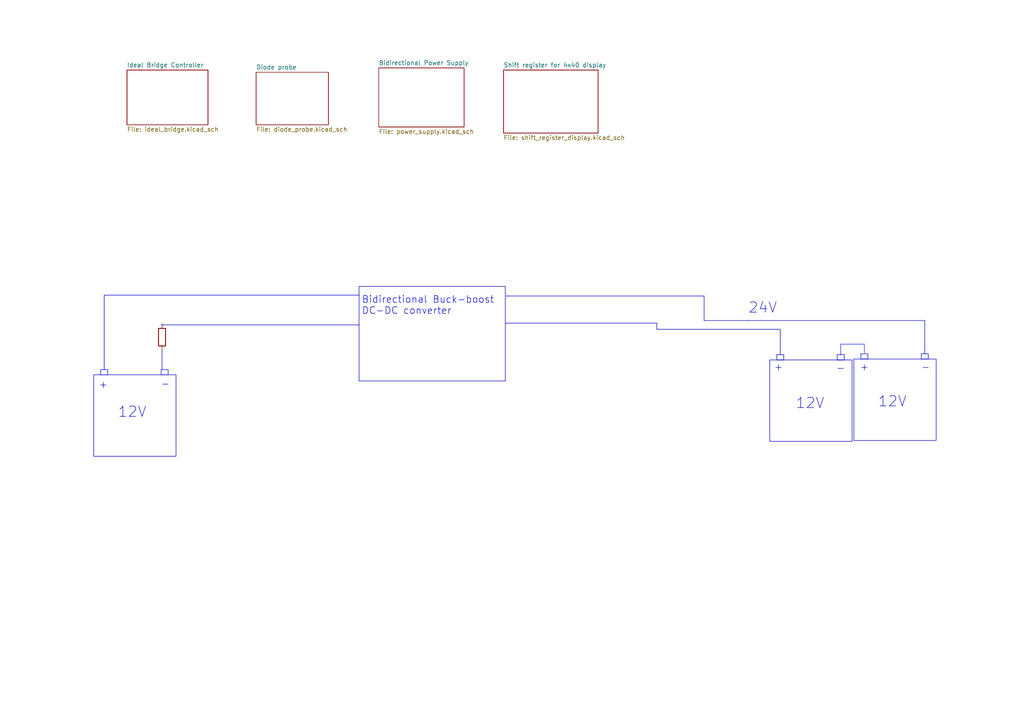
<source format=kicad_sch>
(kicad_sch (version 20231120) (generator "eeschema") (generator_version "8.0")
  (paper "A4")
  (lib_symbols
    (symbol "Device:R" (pin_numbers hide) (pin_names (offset 0))
      (property "Reference" "R" (at 2.032 0 90))
      (property "Value" "R" (at 0 0 90))
      (symbol "R_0_1"
        (rectangle (start -1.016 -2.54) (end 1.016 2.54) (stroke (width 0.254)))
      )
      (symbol "R_1_1"
        (pin passive line (at 0 3.81 270) (length 1.27) (name "~") (number "1"))
        (pin passive line (at 0 -3.81 90) (length 1.27) (name "~") (number "2"))
      )
    )
  )
  (polyline (pts (xy 250.698 102.362) (xy 250.698 99.822)) (stroke (width 0) (color 25 36 255 1)))
  (polyline (pts (xy 146.558 93.726) (xy 190.5 93.726)))
  (polyline (pts (xy 30.226 85.598) (xy 30.226 107.188)))
  (polyline (pts (xy 190.5 95.504) (xy 217.17 95.504)))
  (polyline (pts (xy 243.84 99.822) (xy 243.84 102.87)) (stroke (width 0) (color 25 36 255 1)))
  (polyline (pts (xy 204.216 85.852) (xy 204.216 92.964)))
  (polyline (pts (xy 268.224 102.616) (xy 268.224 92.964)))
  (polyline (pts (xy 243.84 102.87) (xy 244.094 102.87)))
  (polyline (pts (xy 47.752 94.234) (xy 46.99 94.234)))
  (polyline (pts (xy 204.216 92.964) (xy 216.916 92.964)))
  (polyline (pts (xy 46.99 101.6) (xy 46.99 107.188)))
  (polyline (pts (xy 46.99 93.98) (xy 46.99 94.234)))
  (polyline (pts (xy 226.314 102.87) (xy 226.314 95.504)))
  (polyline (pts (xy 104.14 94.234) (xy 47.752 94.234)))
  (polyline (pts (xy 104.14 85.598) (xy 30.226 85.598)))
  (polyline (pts (xy 190.5 95.504) (xy 190.5 93.726)))
  (polyline (pts (xy 216.916 92.964) (xy 268.224 92.964)))
  (polyline (pts (xy 146.812 85.852) (xy 204.216 85.852)))
  (polyline (pts (xy 217.17 95.504) (xy 226.314 95.504)))
  (polyline (pts (xy 250.698 99.822) (xy 243.84 99.822)) (stroke (width 0) (color 25 36 255 1)))
  (rectangle (start 29.21 107.188) (end 31.242 108.712))
  (rectangle (start 223.266 104.394) (end 247.142 128.016))
  (rectangle (start 267.208 102.616) (end 269.24 104.14))
  (rectangle (start 225.298 102.87) (end 227.33 104.394))
  (rectangle (start 46.736 107.188) (end 48.768 108.712))
  (rectangle (start 249.682 102.616) (end 251.714 104.14))
  (rectangle (start 27.178 108.712) (end 51.054 132.334))
  (rectangle (start 247.65 104.14) (end 271.526 127.762))
  (rectangle (start 104.14 83.058) (end 146.558 110.49))
  (rectangle (start 242.824 102.87) (end 244.856 104.394))
  (text "-" (at 48.006 111.506 0) (effects (font (size 2 2))))
  (text "12V" (at 38.354 119.634 0) (effects (font (size 3 3))))
  (text "24V" (at 221.234 89.408 0) (effects (font (size 3 3))))
  (text "+" (at 29.972 111.76 0) (effects (font (size 2 2))))
  (text "12V" (at 258.826 116.586 0) (effects (font (size 3 3))))
  (text "12V" (at 234.95 117.094 0) (effects (font (size 3 3))))
  (text "+" (at 250.698 106.68 0) (effects (font (size 2 2))))
  (text "-" (at 268.478 106.68 0) (effects (font (size 2 2))))
  (text "Bidirectional Buck-boost\nDC-DC converter\n" (at 104.902 88.646 0) (effects (font (size 2 2)) (justify left)))
  (text "-" (at 243.84 106.934 0) (effects (font (size 2 2))))
  (text "+" (at 225.806 106.68 0) (effects (font (size 2 2))))
  (symbol (lib_id "Device:R") (at 46.99 97.79 0) (unit 1) (on_board no)
    (property "Reference" "R1" (effects (hide yes)))
    (property "Value" "R" (effects (hide yes)))
    (property "Description" "Resistor" (effects (hide yes)))
  )
  (sheet (at 74.295 20.955) (size 20.955 15.24) (stroke (width 0.1524))
    (property "Sheetname" "Diode probe" (at 74.295 20.2434 0) (effects (justify left bottom)))
    (property "Sheetfile" "diode_probe.kicad_sch" (at 74.295 36.7796 0) (effects (justify left top)))
  )
  (sheet (at 146.05 20.32) (size 27.432 18.288) (stroke (width 0.1524))
    (property "Sheetname" "Shift register for 4x40 display" (at 146.05 19.6084 0) (effects (justify left bottom)))
    (property "Sheetfile" "shift_register_display.kicad_sch" (at 146.05 39.1926 0) (effects (justify left top)))
  )
  (sheet (at 109.855 19.685) (size 24.765 17.145) (stroke (width 0.1524))
    (property "Sheetname" "Bidirectional Power Supply" (at 109.855 18.9734 0) (effects (justify left bottom)))
    (property "Sheetfile" "power_supply.kicad_sch" (at 109.855 37.4146 0) (effects (justify left top)))
  )
  (sheet (at 36.83 20.32) (size 23.495 15.875) (stroke (width 0.1524))
    (property "Sheetname" "Ideal Bridge Controller" (at 36.83 19.6084 0) (effects (justify left bottom)))
    (property "Sheetfile" "ideal_bridge.kicad_sch" (at 36.83 36.7796 0) (effects (justify left top)))
  )
)
</source>
